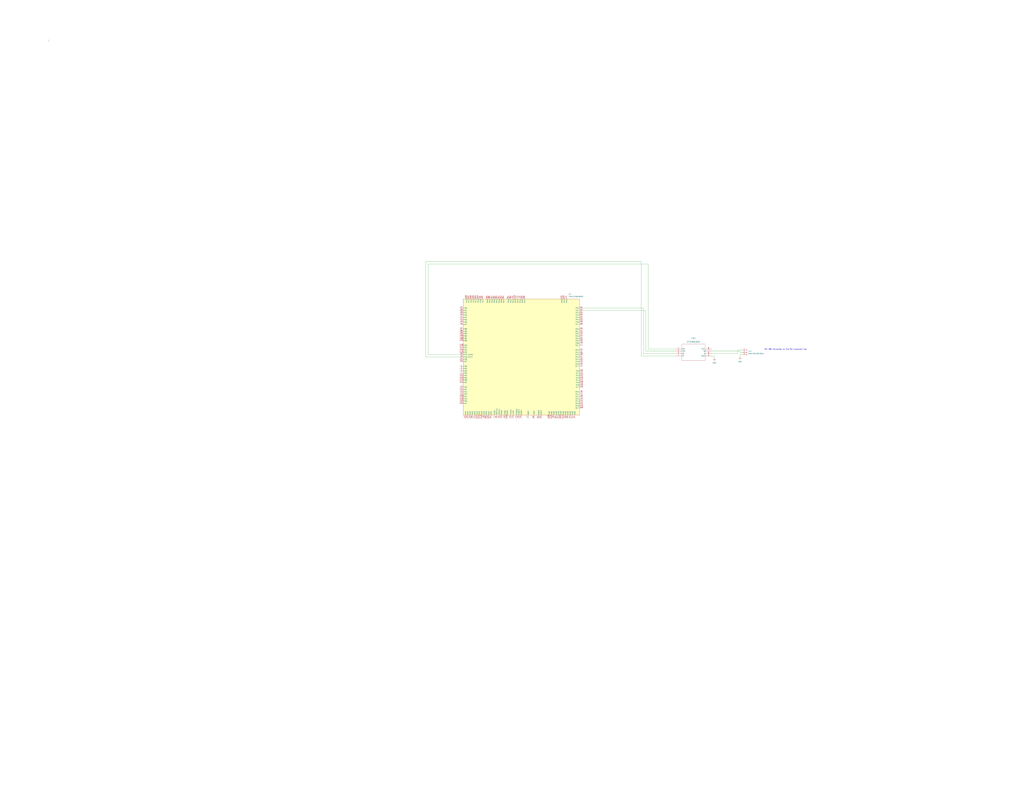
<source format=kicad_sch>
(kicad_sch (version 20211123) (generator eeschema)
  (paper "E")
  (lib_symbols
    (symbol "Connector:Conn_01x03_Male" (pin_names (offset 1.016) hide)
      (property "Reference" "J" (at 0 5.08 0))
      (property "Value" "Conn_01x03_Male" (at 0 -5.08 0))
      (symbol "Conn_01x03_Male_1_1"
        (polyline (pts (xy 1.27 -2.54) (xy 0.8636 -2.54)) (stroke (width 0.1524)))
        (polyline (pts (xy 1.27 0) (xy 0.8636 0)) (stroke (width 0.1524)))
        (polyline (pts (xy 1.27 2.54) (xy 0.8636 2.54)) (stroke (width 0.1524)))
        (rectangle (start 0.8636 -2.413) (end 0 -2.667) (stroke (width 0.1524)) (fill (type outline)))
        (rectangle (start 0.8636 0.127) (end 0 -0.127) (stroke (width 0.1524)) (fill (type outline)))
        (rectangle (start 0.8636 2.667) (end 0 2.413) (stroke (width 0.1524)) (fill (type outline)))
        (pin passive line (at 5.08 2.54 180) (length 3.81) (name "Pin_1") (number "1"))
        (pin passive line (at 5.08 0 180) (length 3.81) (name "Pin_2") (number "2"))
        (pin passive line (at 5.08 -2.54 180) (length 3.81) (name "Pin_3") (number "3"))
      )
    )
    (symbol "Local:ST3485EBDR" (pin_names (offset 0.254))
      (property "Reference" "CR" (at 20.32 10.16 0))
      (property "Value" "ST3485EBDR" (at 20.32 7.62 0))
      (symbol "ST3485EBDR_0_1"
        (polyline (pts (xy 7.62 -12.7) (xy 33.02 -12.7)) (stroke (width 0.127)))
        (polyline (pts (xy 7.62 5.08) (xy 7.62 -12.7)) (stroke (width 0.127)))
        (polyline (pts (xy 33.02 -12.7) (xy 33.02 5.08)) (stroke (width 0.127)))
        (polyline (pts (xy 33.02 5.08) (xy 7.62 5.08)) (stroke (width 0.127)))
        (pin output line (at 0 0 0) (length 7.62) (name "RO") (number "1"))
        (pin output line (at 0 -2.54 0) (length 7.62) (name "*RE") (number "2"))
        (pin output line (at 0 -5.08 0) (length 7.62) (name "DE") (number "3"))
        (pin input line (at 0 -7.62 0) (length 7.62) (name "DI") (number "4"))
        (pin power_in line (at 40.64 -7.62 180) (length 7.62) (name "GND") (number "5"))
        (pin input line (at 40.64 -5.08 180) (length 7.62) (name "A") (number "6"))
        (pin input line (at 40.64 -2.54 180) (length 7.62) (name "B") (number "7"))
        (pin power_in line (at 40.64 0 180) (length 7.62) (name "VCC") (number "8"))
      )
    )
    (symbol "Local:TM4C123GH6PGE"
      (property "Reference" "U" (at -1.27 2.54 0))
      (property "Value" "TM4C123GH6PGE" (at 1.27 -1.27 0))
      (symbol "TM4C123GH6PGE_0_0"
        (pin bidirectional line (at -67.31 -10.16 0) (length 3.81) (name "PD0") (number "1"))
        (pin power_in line (at -21.59 -67.31 90) (length 3.81) (name "GNDA") (number "10"))
        (pin bidirectional line (at -67.31 22.86 0) (length 3.81) (name "PB3") (number "100"))
        (pin power_in line (at -35.56 -67.31 90) (length 3.81) (name "VDD") (number "101"))
        (pin power_in line (at 43.18 -67.31 90) (length 3.81) (name "GND") (number "102"))
        (pin bidirectional line (at -46.99 67.31 270) (length 3.81) (name "PL5") (number "103"))
        (pin bidirectional line (at -49.53 67.31 270) (length 3.81) (name "PL4") (number "104"))
        (pin bidirectional line (at -52.07 67.31 270) (length 3.81) (name "PL3") (number "105"))
        (pin bidirectional line (at -54.61 67.31 270) (length 3.81) (name "PL2") (number "106"))
        (pin bidirectional line (at -57.15 67.31 270) (length 3.81) (name "PL1") (number "107"))
        (pin bidirectional line (at -59.69 67.31 270) (length 3.81) (name "PL0") (number "108"))
        (pin bidirectional line (at 67.31 -55.88 180) (length 3.81) (name "PK7") (number "109"))
        (pin bidirectional line (at 49.53 67.31 270) (length 3.81) (name "PP2") (number "11"))
        (pin bidirectional line (at 67.31 -53.34 180) (length 3.81) (name "PK6") (number "110"))
        (pin bidirectional line (at 67.31 -50.8 180) (length 3.81) (name "PK5") (number "111"))
        (pin bidirectional line (at 67.31 -48.26 180) (length 3.81) (name "PK4") (number "112"))
        (pin power_in line (at -43.18 -67.31 90) (length 3.81) (name "VDD") (number "113"))
        (pin power_in line (at 45.72 -67.31 90) (length 3.81) (name "GND") (number "114"))
        (pin bidirectional line (at -67.31 5.08 0) (length 3.81) (name "PC3") (number "115"))
        (pin bidirectional line (at -67.31 7.62 0) (length 3.81) (name "PC2") (number "116"))
        (pin bidirectional line (at -67.31 10.16 0) (length 3.81) (name "PC1") (number "117"))
        (pin bidirectional line (at -67.31 12.7 0) (length 3.81) (name "PC0") (number "118"))
        (pin bidirectional line (at -6.35 67.31 270) (length 3.81) (name "PN3") (number "119"))
        (pin bidirectional line (at -67.31 -40.64 0) (length 3.81) (name "PE3") (number "12"))
        (pin bidirectional line (at 67.31 -15.24 180) (length 3.81) (name "PJ0") (number "120"))
        (pin bidirectional line (at 67.31 -17.78 180) (length 3.81) (name "PJ1") (number "121"))
        (pin bidirectional line (at 67.31 -20.32 180) (length 3.81) (name "PJ2") (number "122"))
        (pin bidirectional line (at 67.31 -22.86 180) (length 3.81) (name "PJ3") (number "123"))
        (pin power_in line (at -45.72 -67.31 90) (length 3.81) (name "VDD") (number "124"))
        (pin power_in line (at 33.02 -67.31 90) (length 3.81) (name "GND") (number "125"))
        (pin power_in line (at -15.24 -67.31 90) (length 3.81) (name "VDDC") (number "126"))
        (pin bidirectional line (at 67.31 -25.4 180) (length 3.81) (name "PJ4") (number "127"))
        (pin bidirectional line (at 67.31 -27.94 180) (length 3.81) (name "PJ5") (number "128"))
        (pin bidirectional line (at 67.31 -30.48 180) (length 3.81) (name "PJ6") (number "129"))
        (pin bidirectional line (at -67.31 -38.1 0) (length 3.81) (name "PE2") (number "13"))
        (pin bidirectional line (at 67.31 -33.02 180) (length 3.81) (name "PJ7") (number "130"))
        (pin bidirectional line (at 44.45 67.31 270) (length 3.81) (name "PP0") (number "131"))
        (pin bidirectional line (at 46.99 67.31 270) (length 3.81) (name "PP1") (number "132"))
        (pin bidirectional line (at -67.31 -48.26 0) (length 3.81) (name "PE6") (number "133"))
        (pin bidirectional line (at -67.31 -50.8 0) (length 3.81) (name "PE7") (number "134"))
        (pin bidirectional line (at -67.31 17.78 0) (length 3.81) (name "PB5") (number "135"))
        (pin bidirectional line (at -67.31 20.32 0) (length 3.81) (name "PB4") (number "136"))
        (pin power_in line (at -48.26 -67.31 90) (length 3.81) (name "VDD") (number "137"))
        (pin power_in line (at 30.48 -67.31 90) (length 3.81) (name "GND") (number "138"))
        (pin bidirectional line (at -67.31 -43.18 0) (length 3.81) (name "PE4") (number "139"))
        (pin bidirectional line (at -67.31 -35.56 0) (length 3.81) (name "PE1") (number "14"))
        (pin bidirectional line (at -67.31 -45.72 0) (length 3.81) (name "PE5") (number "140"))
        (pin bidirectional line (at -67.31 -20.32 0) (length 3.81) (name "PD4") (number "141"))
        (pin bidirectional line (at -67.31 -22.86 0) (length 3.81) (name "PD5") (number "142"))
        (pin bidirectional line (at -67.31 -25.4 0) (length 3.81) (name "PD6") (number "143"))
        (pin bidirectional line (at -67.31 -27.94 0) (length 3.81) (name "PD7") (number "144"))
        (pin bidirectional line (at -67.31 -33.02 0) (length 3.81) (name "PE0") (number "15"))
        (pin bidirectional line (at 67.31 -38.1 180) (length 3.81) (name "PK0") (number "16"))
        (pin bidirectional line (at 67.31 -40.64 180) (length 3.81) (name "PK1") (number "17"))
        (pin bidirectional line (at 67.31 -43.18 180) (length 3.81) (name "PK2") (number "18"))
        (pin bidirectional line (at 67.31 -45.72 180) (length 3.81) (name "PK3") (number "19"))
        (pin bidirectional line (at -67.31 -12.7 0) (length 3.81) (name "PD1") (number "2"))
        (pin bidirectional line (at -8.89 67.31 270) (length 3.81) (name "PN2") (number "20"))
        (pin bidirectional line (at 67.31 -10.16 180) (length 3.81) (name "PH7") (number "21"))
        (pin bidirectional line (at 67.31 -7.62 180) (length 3.81) (name "PH6") (number "22"))
        (pin bidirectional line (at 67.31 -5.08 180) (length 3.81) (name "PH5") (number "23"))
        (pin power_in line (at -60.96 -67.31 90) (length 3.81) (name "VDD") (number "24"))
        (pin power_in line (at 48.26 -67.31 90) (length 3.81) (name "GND") (number "25"))
        (pin bidirectional line (at 67.31 -2.54 180) (length 3.81) (name "PH4") (number "26"))
        (pin bidirectional line (at 67.31 0 180) (length 3.81) (name "PH3") (number "27"))
        (pin bidirectional line (at 67.31 2.54 180) (length 3.81) (name "PH2") (number "28"))
        (pin power_in line (at -58.42 -67.31 90) (length 3.81) (name "VDD") (number "29"))
        (pin bidirectional line (at -67.31 -15.24 0) (length 3.81) (name "PD2") (number "3"))
        (pin power_in line (at 50.8 -67.31 90) (length 3.81) (name "GND") (number "30"))
        (pin bidirectional line (at 67.31 5.08 180) (length 3.81) (name "PH1") (number "31"))
        (pin bidirectional line (at 67.31 7.62 180) (length 3.81) (name "PH0") (number "32"))
        (pin bidirectional line (at -67.31 -5.08 0) (length 3.81) (name "PC7") (number "33"))
        (pin bidirectional line (at -67.31 -2.54 0) (length 3.81) (name "PC6") (number "34"))
        (pin bidirectional line (at -67.31 0 0) (length 3.81) (name "PC5/U1TX") (number "35"))
        (pin bidirectional line (at -67.31 2.54 0) (length 3.81) (name "PC4/U1RX") (number "36"))
        (pin bidirectional line (at -67.31 53.34 0) (length 3.81) (name "PA0") (number "37"))
        (pin bidirectional line (at -67.31 50.8 0) (length 3.81) (name "PA1") (number "38"))
        (pin bidirectional line (at -67.31 48.26 0) (length 3.81) (name "PA2") (number "39"))
        (pin bidirectional line (at -67.31 -17.78 0) (length 3.81) (name "PD3") (number "4"))
        (pin bidirectional line (at -67.31 45.72 0) (length 3.81) (name "PA3") (number "40"))
        (pin bidirectional line (at -67.31 43.18 0) (length 3.81) (name "PA4") (number "41"))
        (pin bidirectional line (at -67.31 40.64 0) (length 3.81) (name "PA5") (number "42"))
        (pin power_in line (at -55.88 -67.31 90) (length 3.81) (name "VDD") (number "43"))
        (pin power_in line (at 53.34 -67.31 90) (length 3.81) (name "GND") (number "44"))
        (pin bidirectional line (at -67.31 38.1 0) (length 3.81) (name "PA6") (number "45"))
        (pin bidirectional line (at -67.31 35.56 0) (length 3.81) (name "PA7") (number "46"))
        (pin bidirectional line (at 67.31 12.7 180) (length 3.81) (name "PG7") (number "47"))
        (pin bidirectional line (at 67.31 15.24 180) (length 3.81) (name "PG6") (number "48"))
        (pin power_in line (at -17.78 -67.31 90) (length 3.81) (name "VDDC") (number "49"))
        (pin power_in line (at -50.8 -67.31 90) (length 3.81) (name "VDD") (number "5"))
        (pin bidirectional line (at 67.31 17.78 180) (length 3.81) (name "PG5") (number "50"))
        (pin bidirectional line (at 67.31 20.32 180) (length 3.81) (name "PG4") (number "51"))
        (pin bidirectional line (at 67.31 22.86 180) (length 3.81) (name "PG3") (number "52"))
        (pin bidirectional line (at 67.31 25.4 180) (length 3.81) (name "PG2") (number "53"))
        (pin bidirectional line (at 67.31 27.94 180) (length 3.81) (name "PG1") (number "54"))
        (pin bidirectional line (at 67.31 30.48 180) (length 3.81) (name "PG0") (number "55"))
        (pin power_in line (at -53.34 -67.31 90) (length 3.81) (name "VDD") (number "56"))
        (pin power_in line (at 55.88 -67.31 90) (length 3.81) (name "GND") (number "57"))
        (pin bidirectional line (at 67.31 35.56 180) (length 3.81) (name "PF7") (number "58"))
        (pin bidirectional line (at 67.31 38.1 180) (length 3.81) (name "PF6") (number "59"))
        (pin power_in line (at 58.42 -67.31 90) (length 3.81) (name "GND") (number "6"))
        (pin bidirectional line (at 67.31 40.64 180) (length 3.81) (name "PF5") (number "60"))
        (pin bidirectional line (at 67.31 43.18 180) (length 3.81) (name "PF4") (number "61"))
        (pin bidirectional line (at 67.31 53.34 180) (length 3.81) (name "PF0") (number "62"))
        (pin bidirectional line (at 67.31 50.8 180) (length 3.81) (name "PF1") (number "63"))
        (pin bidirectional line (at 67.31 48.26 180) (length 3.81) (name "PF2") (number "64"))
        (pin bidirectional line (at 67.31 45.72 180) (length 3.81) (name "PF3") (number "65"))
        (pin power_in line (at -38.1 -67.31 90) (length 3.81) (name "VDD") (number "66"))
        (pin power_in line (at 40.64 -67.31 90) (length 3.81) (name "GND") (number "67"))
        (pin bidirectional line (at 3.81 67.31 270) (length 3.81) (name "PN7") (number "68"))
        (pin bidirectional line (at 1.27 67.31 270) (length 3.81) (name "PN6") (number "69"))
        (pin power_in line (at -29.21 -67.31 90) (length 3.81) (name "VDDA") (number "7"))
        (pin bidirectional line (at -1.27 67.31 270) (length 3.81) (name "PN5") (number "70"))
        (pin bidirectional line (at -3.81 67.31 270) (length 3.81) (name "PN4") (number "71"))
        (pin input line (at -11.43 -67.31 90) (length 3.81) (name "~WAKE") (number "72"))
        (pin output line (at -8.89 -67.31 90) (length 3.81) (name "~HIB") (number "73"))
        (pin input line (at -5.08 -67.31 90) (length 3.81) (name "XOSC0") (number "74"))
        (pin power_in line (at 0 -67.31 90) (length 3.81) (name "GNDX") (number "75"))
        (pin output line (at -2.54 -67.31 90) (length 3.81) (name "XOSC1") (number "76"))
        (pin power_in line (at 7.62 -67.31 90) (length 3.81) (name "VBAT") (number "77"))
        (pin power_in line (at -40.64 -67.31 90) (length 3.81) (name "VDD") (number "78"))
        (pin power_in line (at 35.56 -67.31 90) (length 3.81) (name "GND") (number "79"))
        (pin power_in line (at -26.67 -67.31 90) (length 3.81) (name "VREFA+") (number "8"))
        (pin bidirectional line (at -11.43 67.31 270) (length 3.81) (name "PN1") (number "80"))
        (pin power_in line (at -13.97 67.31 270) (length 3.81) (name "PN0") (number "81"))
        (pin power_in line (at -19.05 67.31 270) (length 3.81) (name "PM7") (number "82"))
        (pin power_in line (at -21.59 67.31 270) (length 3.81) (name "PM6") (number "83"))
        (pin power_in line (at -24.13 67.31 270) (length 3.81) (name "PM5") (number "84"))
        (pin power_in line (at -26.67 67.31 270) (length 3.81) (name "PM4") (number "85"))
        (pin power_in line (at -29.21 67.31 270) (length 3.81) (name "PM3") (number "86"))
        (pin power_in line (at -31.75 67.31 270) (length 3.81) (name "PM2") (number "87"))
        (pin power_in line (at -34.29 67.31 270) (length 3.81) (name "PM1") (number "88"))
        (pin power_in line (at -36.83 67.31 270) (length 3.81) (name "PM0") (number "89"))
        (pin power_in line (at -24.13 -67.31 90) (length 3.81) (name "VREFA-") (number "9"))
        (pin input line (at 13.97 -67.31 90) (length 3.81) (name "~RST") (number "90"))
        (pin power_in line (at 38.1 -67.31 90) (length 3.81) (name "GND") (number "91"))
        (pin input line (at 19.05 -67.31 90) (length 3.81) (name "OSC0") (number "92"))
        (pin output line (at 21.59 -67.31 90) (length 3.81) (name "OSC1") (number "93"))
        (pin power_in line (at -33.02 -67.31 90) (length 3.81) (name "VDD") (number "94"))
        (pin bidirectional line (at -41.91 67.31 270) (length 3.81) (name "PL7") (number "95"))
        (pin bidirectional line (at -44.45 67.31 270) (length 3.81) (name "PL6") (number "96"))
        (pin bidirectional line (at -67.31 30.48 0) (length 3.81) (name "PB0") (number "97"))
        (pin bidirectional line (at -67.31 27.94 0) (length 3.81) (name "PB1") (number "98"))
        (pin bidirectional line (at -67.31 25.4 0) (length 3.81) (name "PB2") (number "99"))
      )
      (symbol "TM4C123GH6PGE_0_1"
        (rectangle (start -63.5 63.5) (end 63.5 -63.5) (fill (type background)))
      )
    )
    (symbol "power:GND" (power) (pin_names (offset 0))
      (property "Value" "GND" (at 0 -3.81 0))
      (symbol "GND_0_1"
        (polyline (pts (xy 0 0) (xy 0 -1.27) (xy 1.27 -1.27) (xy 0 -2.54) (xy -1.27 -1.27) (xy 0 -1.27)))
      )
      (symbol "GND_1_1"
        (pin power_in line (at 0 0 270) (length 0) hide (name "GND") (number "1"))
      )
    )
  )
  (wire (pts (xy 467.36 288.29) (xy 707.39 288.29)))
  (wire (pts (xy 699.77 388.62) (xy 736.6 388.62)))
  (wire (pts (xy 501.65 387.35) (xy 467.36 387.35)))
  (wire (pts (xy 707.39 288.29) (xy 707.39 381)))
  (wire (pts (xy 699.77 285.75) (xy 699.77 388.62)))
  (wire (pts (xy 805.18 386.08) (xy 777.24 386.08)))
  (wire (pts (xy 702.31 386.08) (xy 736.6 386.08)))
  (wire (pts (xy 467.36 387.35) (xy 467.36 288.29)))
  (wire (pts (xy 707.39 381) (xy 736.6 381)))
  (wire (pts (xy 805.18 382.27) (xy 805.18 386.08)))
  (wire (pts (xy 704.85 339.09) (xy 704.85 383.54)))
  (wire (pts (xy 807.72 384.81) (xy 807.72 383.54)))
  (wire (pts (xy 810.26 387.35) (xy 807.72 387.35)))
  (wire (pts (xy 810.26 382.27) (xy 805.18 382.27)))
  (wire (pts (xy 777.24 383.54) (xy 807.72 383.54)))
  (wire (pts (xy 636.27 336.55) (xy 702.31 336.55)))
  (wire (pts (xy 636.27 339.09) (xy 704.85 339.09)))
  (wire (pts (xy 779.78 388.62) (xy 779.78 391.16)))
  (wire (pts (xy 702.31 336.55) (xy 702.31 386.08)))
  (wire (pts (xy 807.72 387.35) (xy 807.72 389.89)))
  (wire (pts (xy 464.82 285.75) (xy 699.77 285.75)))
  (wire (pts (xy 464.82 389.89) (xy 464.82 285.75)))
  (wire (pts (xy 810.26 384.81) (xy 807.72 384.81)))
  (wire (pts (xy 777.24 388.62) (xy 779.78 388.62)))
  (wire (pts (xy 704.85 383.54) (xy 736.6 383.54)))
  (wire (pts (xy 53.34 43.18) (xy 53.34 45.72)))
  (wire (pts (xy 501.65 389.89) (xy 464.82 389.89)))
  (text "RS-485 Connection to 2nd Rev Expansion Hub" (at 834.39 382.27 0) (effects (font (size 1.27 1.27)) (justify left bottom)))
  (symbol (lib_id "power:GND") (at 807.72 389.89 0) (unit 1)
    (property "Reference" "#PWR0101" (effects hide))
    (property "Value" "GND" (at 807.72 394.97 0))
  )
  (symbol (lib_id "power:GND") (at 779.78 391.16 0) (unit 1)
    (property "Reference" "#PWR0102" (effects hide))
    (property "Value" "GND" (at 779.78 396.24 0))
  )
  (symbol (lib_id "Local:ST3485EBDR") (at 736.6 381 0) (unit 1)
    (property "Reference" "CR?" (at 756.92 369.57 0) (effects (font (size 1.524 1.524))))
    (property "Value" "ST3485EBDR" (at 756.92 373.38 0) (effects (font (size 1.524 1.524))))
    (property "Footprint" "SO-8_STM" (effects hide))
    (property "Datasheet" "ST3485EBDR" (effects hide))
  )
  (symbol (lib_id "Local:TM4C123GH6PGE") (at 568.96 389.89 0) (unit 1)
    (property "Reference" "U?" (at 620.5094 321.31 0) (effects (justify left)))
    (property "Value" "TM4C123GH6PGE" (at 620.5094 323.85 0) (effects (justify left)))
  )
  (symbol (lib_id "Connector:Conn_01x03_Male") (at 815.34 384.81 0) (mirror y) (unit 1)
    (property "Reference" "J14" (at 816.61 383.5399 0) (effects (justify right)))
    (property "Value" "Conn_01x03_Male" (at 816.61 386.0799 0) (effects (justify right)))
  )
)
</source>
